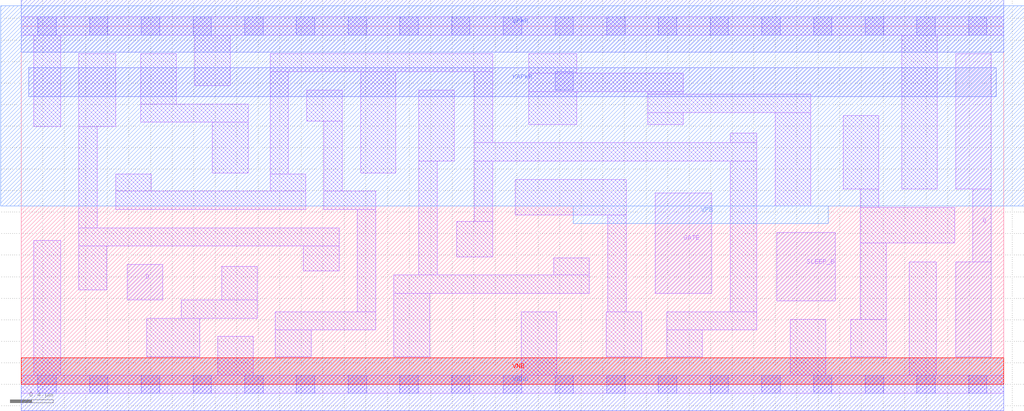
<source format=lef>
# Copyright 2020 The SkyWater PDK Authors
#
# Licensed under the Apache License, Version 2.0 (the "License");
# you may not use this file except in compliance with the License.
# You may obtain a copy of the License at
#
#     https://www.apache.org/licenses/LICENSE-2.0
#
# Unless required by applicable law or agreed to in writing, software
# distributed under the License is distributed on an "AS IS" BASIS,
# WITHOUT WARRANTIES OR CONDITIONS OF ANY KIND, either express or implied.
# See the License for the specific language governing permissions and
# limitations under the License.
#
# SPDX-License-Identifier: Apache-2.0

VERSION 5.7 ;
  NOWIREEXTENSIONATPIN ON ;
  DIVIDERCHAR "/" ;
  BUSBITCHARS "[]" ;
MACRO sky130_fd_sc_lp__srdlxtp_1
  CLASS CORE ;
  FOREIGN sky130_fd_sc_lp__srdlxtp_1 ;
  ORIGIN  0.000000  0.000000 ;
  SIZE  9.120000 BY  3.330000 ;
  SYMMETRY X Y R90 ;
  SITE unit ;
  PIN D
    ANTENNAGATEAREA  0.159000 ;
    DIRECTION INPUT ;
    USE SIGNAL ;
    PORT
      LAYER li1 ;
        RECT 0.985000 0.785000 1.315000 1.115000 ;
    END
  END D
  PIN Q
    ANTENNADIFFAREA  0.598500 ;
    DIRECTION OUTPUT ;
    USE SIGNAL ;
    PORT
      LAYER li1 ;
        RECT 8.675000 0.255000 9.005000 1.135000 ;
        RECT 8.675000 1.815000 9.005000 3.075000 ;
        RECT 8.835000 1.135000 9.005000 1.815000 ;
    END
  END Q
  PIN SLEEP_B
    ANTENNAGATEAREA  0.222000 ;
    DIRECTION INPUT ;
    USE SIGNAL ;
    PORT
      LAYER li1 ;
        RECT 7.015000 0.775000 7.555000 1.410000 ;
    END
  END SLEEP_B
  PIN GATE
    ANTENNAGATEAREA  0.159000 ;
    DIRECTION INPUT ;
    USE CLOCK ;
    PORT
      LAYER li1 ;
        RECT 5.885000 0.845000 6.410000 1.780000 ;
    END
  END GATE
  PIN KAPWR
    DIRECTION INOUT ;
    USE POWER ;
    PORT
      LAYER met1 ;
        RECT 0.070000 2.675000 9.050000 2.945000 ;
    END
  END KAPWR
  PIN VGND
    DIRECTION INOUT ;
    USE GROUND ;
    PORT
      LAYER met1 ;
        RECT 0.000000 -0.245000 9.120000 0.245000 ;
    END
  END VGND
  PIN VNB
    DIRECTION INOUT ;
    USE GROUND ;
    PORT
      LAYER pwell ;
        RECT 0.000000 0.000000 9.120000 0.245000 ;
    END
  END VNB
  PIN VPB
    DIRECTION INOUT ;
    USE POWER ;
    PORT
      LAYER nwell ;
        RECT -0.190000 1.655000 9.310000 3.520000 ;
        RECT  5.125000 1.495000 7.490000 1.655000 ;
    END
  END VPB
  PIN VPWR
    DIRECTION INOUT ;
    USE POWER ;
    PORT
      LAYER met1 ;
        RECT 0.000000 3.085000 9.120000 3.575000 ;
    END
  END VPWR
  OBS
    LAYER li1 ;
      RECT 0.000000 -0.085000 9.120000 0.085000 ;
      RECT 0.000000  3.245000 9.120000 3.415000 ;
      RECT 0.115000  0.085000 0.365000 1.335000 ;
      RECT 0.115000  2.395000 0.365000 3.245000 ;
      RECT 0.535000  0.875000 0.795000 1.285000 ;
      RECT 0.535000  1.285000 2.950000 1.455000 ;
      RECT 0.535000  1.455000 0.705000 2.395000 ;
      RECT 0.535000  2.395000 0.875000 3.075000 ;
      RECT 0.875000  1.625000 2.640000 1.795000 ;
      RECT 0.875000  1.795000 1.205000 1.955000 ;
      RECT 1.110000  2.435000 2.105000 2.605000 ;
      RECT 1.110000  2.605000 1.440000 3.075000 ;
      RECT 1.165000  0.255000 1.655000 0.615000 ;
      RECT 1.485000  0.615000 2.190000 0.785000 ;
      RECT 1.610000  2.775000 1.940000 3.245000 ;
      RECT 1.775000  1.965000 2.105000 2.435000 ;
      RECT 1.825000  0.085000 2.155000 0.445000 ;
      RECT 1.860000  0.785000 2.190000 1.095000 ;
      RECT 2.310000  1.795000 2.640000 1.955000 ;
      RECT 2.310000  1.955000 2.480000 2.905000 ;
      RECT 2.310000  2.905000 4.375000 3.075000 ;
      RECT 2.360000  0.255000 2.690000 0.505000 ;
      RECT 2.360000  0.505000 3.290000 0.675000 ;
      RECT 2.620000  1.055000 2.950000 1.285000 ;
      RECT 2.650000  2.445000 2.980000 2.735000 ;
      RECT 2.810000  1.625000 3.290000 1.795000 ;
      RECT 2.810000  1.795000 2.980000 2.445000 ;
      RECT 3.120000  0.675000 3.290000 1.625000 ;
      RECT 3.150000  1.965000 3.475000 2.905000 ;
      RECT 3.460000  0.255000 3.790000 0.845000 ;
      RECT 3.460000  0.845000 5.275000 1.015000 ;
      RECT 3.690000  1.015000 3.860000 2.075000 ;
      RECT 3.690000  2.075000 4.020000 2.735000 ;
      RECT 4.045000  1.185000 4.375000 1.515000 ;
      RECT 4.205000  1.515000 4.375000 2.075000 ;
      RECT 4.205000  2.075000 6.830000 2.245000 ;
      RECT 4.205000  2.245000 4.375000 2.905000 ;
      RECT 4.585000  1.575000 5.615000 1.905000 ;
      RECT 4.640000  0.085000 4.970000 0.675000 ;
      RECT 4.710000  2.415000 5.155000 2.720000 ;
      RECT 4.710000  2.720000 6.145000 2.890000 ;
      RECT 4.710000  2.890000 5.155000 3.075000 ;
      RECT 4.945000  1.015000 5.275000 1.175000 ;
      RECT 5.430000  0.255000 5.760000 0.675000 ;
      RECT 5.445000  0.675000 5.615000 1.575000 ;
      RECT 5.815000  2.415000 6.145000 2.525000 ;
      RECT 5.815000  2.525000 7.330000 2.695000 ;
      RECT 5.815000  2.695000 6.145000 2.720000 ;
      RECT 5.990000  0.255000 6.320000 0.505000 ;
      RECT 5.990000  0.505000 6.830000 0.675000 ;
      RECT 6.580000  0.675000 6.830000 2.075000 ;
      RECT 6.580000  2.245000 6.830000 2.335000 ;
      RECT 7.000000  1.655000 7.330000 2.525000 ;
      RECT 7.140000  0.085000 7.470000 0.605000 ;
      RECT 7.630000  1.815000 7.960000 2.495000 ;
      RECT 7.700000  0.255000 8.030000 0.605000 ;
      RECT 7.790000  0.605000 8.030000 1.315000 ;
      RECT 7.790000  1.315000 8.665000 1.645000 ;
      RECT 7.790000  1.645000 7.960000 1.815000 ;
      RECT 8.175000  1.815000 8.505000 3.245000 ;
      RECT 8.245000  0.085000 8.495000 1.135000 ;
    LAYER mcon ;
      RECT 0.155000 -0.085000 0.325000 0.085000 ;
      RECT 0.155000  3.245000 0.325000 3.415000 ;
      RECT 0.635000 -0.085000 0.805000 0.085000 ;
      RECT 0.635000  3.245000 0.805000 3.415000 ;
      RECT 1.115000 -0.085000 1.285000 0.085000 ;
      RECT 1.115000  3.245000 1.285000 3.415000 ;
      RECT 1.595000 -0.085000 1.765000 0.085000 ;
      RECT 1.595000  3.245000 1.765000 3.415000 ;
      RECT 2.075000 -0.085000 2.245000 0.085000 ;
      RECT 2.075000  3.245000 2.245000 3.415000 ;
      RECT 2.555000 -0.085000 2.725000 0.085000 ;
      RECT 2.555000  3.245000 2.725000 3.415000 ;
      RECT 3.035000 -0.085000 3.205000 0.085000 ;
      RECT 3.035000  3.245000 3.205000 3.415000 ;
      RECT 3.515000 -0.085000 3.685000 0.085000 ;
      RECT 3.515000  3.245000 3.685000 3.415000 ;
      RECT 3.995000 -0.085000 4.165000 0.085000 ;
      RECT 3.995000  3.245000 4.165000 3.415000 ;
      RECT 4.475000 -0.085000 4.645000 0.085000 ;
      RECT 4.475000  3.245000 4.645000 3.415000 ;
      RECT 4.955000 -0.085000 5.125000 0.085000 ;
      RECT 4.955000  2.735000 5.125000 2.905000 ;
      RECT 4.955000  3.245000 5.125000 3.415000 ;
      RECT 5.435000 -0.085000 5.605000 0.085000 ;
      RECT 5.435000  3.245000 5.605000 3.415000 ;
      RECT 5.915000 -0.085000 6.085000 0.085000 ;
      RECT 5.915000  3.245000 6.085000 3.415000 ;
      RECT 6.395000 -0.085000 6.565000 0.085000 ;
      RECT 6.395000  3.245000 6.565000 3.415000 ;
      RECT 6.875000 -0.085000 7.045000 0.085000 ;
      RECT 6.875000  3.245000 7.045000 3.415000 ;
      RECT 7.355000 -0.085000 7.525000 0.085000 ;
      RECT 7.355000  3.245000 7.525000 3.415000 ;
      RECT 7.835000 -0.085000 8.005000 0.085000 ;
      RECT 7.835000  3.245000 8.005000 3.415000 ;
      RECT 8.315000 -0.085000 8.485000 0.085000 ;
      RECT 8.315000  3.245000 8.485000 3.415000 ;
      RECT 8.795000 -0.085000 8.965000 0.085000 ;
      RECT 8.795000  3.245000 8.965000 3.415000 ;
  END
END sky130_fd_sc_lp__srdlxtp_1
END LIBRARY

</source>
